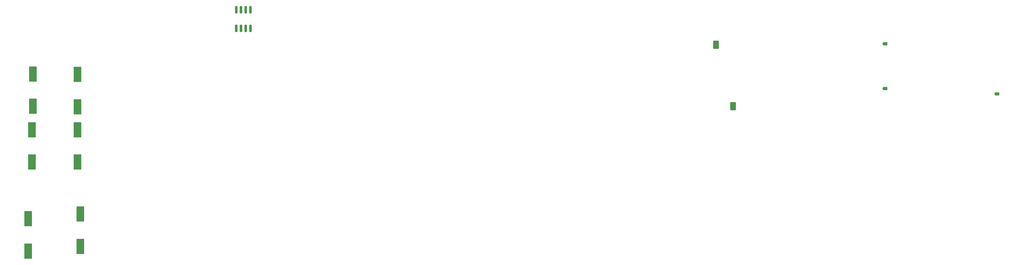
<source format=gbr>
%TF.GenerationSoftware,KiCad,Pcbnew,9.0.3*%
%TF.CreationDate,2025-09-15T08:34:33+02:00*%
%TF.ProjectId,TEST_creat_foder,54455354-5f63-4726-9561-745f666f6465,rev?*%
%TF.SameCoordinates,Original*%
%TF.FileFunction,Paste,Top*%
%TF.FilePolarity,Positive*%
%FSLAX46Y46*%
G04 Gerber Fmt 4.6, Leading zero omitted, Abs format (unit mm)*
G04 Created by KiCad (PCBNEW 9.0.3) date 2025-09-15 08:34:33*
%MOMM*%
%LPD*%
G01*
G04 APERTURE LIST*
G04 Aperture macros list*
%AMRoundRect*
0 Rectangle with rounded corners*
0 $1 Rounding radius*
0 $2 $3 $4 $5 $6 $7 $8 $9 X,Y pos of 4 corners*
0 Add a 4 corners polygon primitive as box body*
4,1,4,$2,$3,$4,$5,$6,$7,$8,$9,$2,$3,0*
0 Add four circle primitives for the rounded corners*
1,1,$1+$1,$2,$3*
1,1,$1+$1,$4,$5*
1,1,$1+$1,$6,$7*
1,1,$1+$1,$8,$9*
0 Add four rect primitives between the rounded corners*
20,1,$1+$1,$2,$3,$4,$5,0*
20,1,$1+$1,$4,$5,$6,$7,0*
20,1,$1+$1,$6,$7,$8,$9,0*
20,1,$1+$1,$8,$9,$2,$3,0*%
G04 Aperture macros list end*
%ADD10R,2.000000X4.100000*%
%ADD11RoundRect,0.150000X-0.150000X0.825000X-0.150000X-0.825000X0.150000X-0.825000X0.150000X0.825000X0*%
%ADD12RoundRect,0.226200X-0.527800X0.904800X-0.527800X-0.904800X0.527800X-0.904800X0.527800X0.904800X0*%
%ADD13RoundRect,0.115500X-0.519500X0.269500X-0.519500X-0.269500X0.519500X-0.269500X0.519500X0.269500X0*%
G04 APERTURE END LIST*
D10*
%TO.C,C7*%
X101000000Y-141900000D03*
X101000000Y-150600000D03*
%TD*%
%TO.C,C81*%
X100250000Y-104400000D03*
X100250000Y-113100000D03*
%TD*%
%TO.C,C79*%
X100250000Y-119250000D03*
X100250000Y-127950000D03*
%TD*%
D11*
%TO.C,IC1*%
X146500000Y-87050000D03*
X145230000Y-87050000D03*
X143960000Y-87050000D03*
X142690000Y-87050000D03*
X142690000Y-92000000D03*
X143960000Y-92000000D03*
X145230000Y-92000000D03*
X146500000Y-92000000D03*
%TD*%
D10*
%TO.C,C80*%
X88000000Y-119250000D03*
X88000000Y-127950000D03*
%TD*%
%TO.C,C6*%
X88250000Y-104250000D03*
X88250000Y-112950000D03*
%TD*%
D12*
%TO.C,L2*%
X271200000Y-96425000D03*
X275700000Y-112925000D03*
%TD*%
D10*
%TO.C,C8*%
X87000000Y-143150000D03*
X87000000Y-151850000D03*
%TD*%
D13*
%TO.C,T2*%
X346442500Y-109660000D03*
X316442500Y-96160000D03*
X316442500Y-108160000D03*
%TD*%
M02*

</source>
